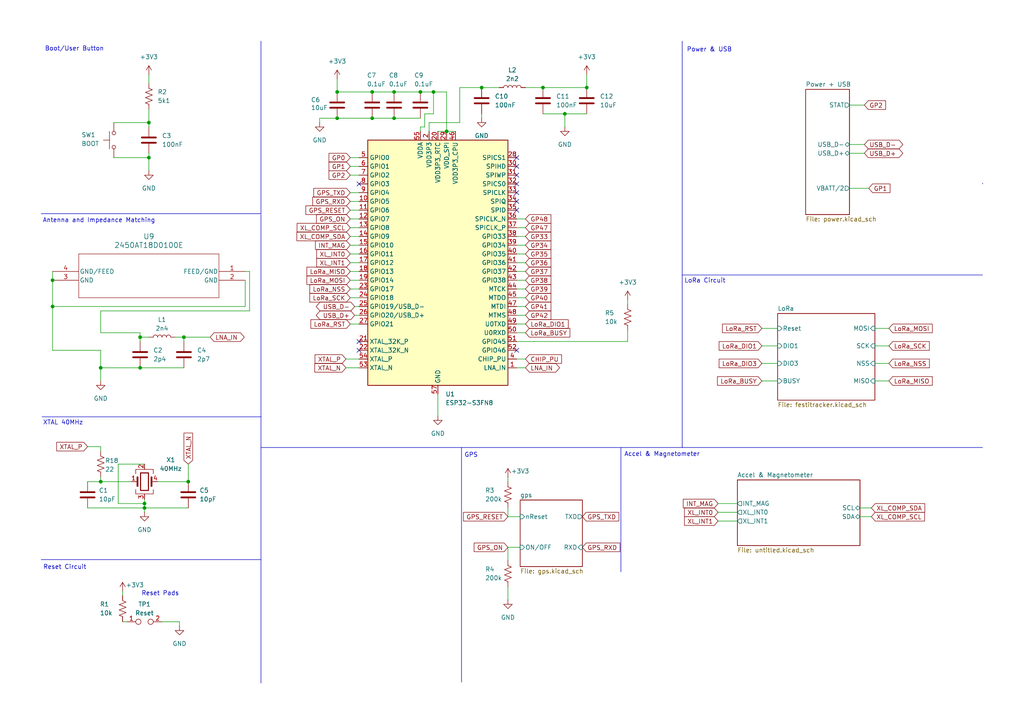
<source format=kicad_sch>
(kicad_sch (version 20231120) (generator "eeschema") (generator_version "8.0")
  (paper "A4")
  (lib_symbols
    (symbol "2024-04-20_02-03-53:2450AT18D0100E" (pin_names (offset 0.254))
      (property "Reference" "U" (at 27.94 10.16 0))
      (property "Value" "2450AT18D0100E" (at 27.94 7.62 0))
      (symbol "2450AT18D0100E_0_1"
        (polyline (pts (xy 7.62 -7.62) (xy 48.26 -7.62)) (stroke (width 0.127)))
        (polyline (pts (xy 7.62 5.08) (xy 7.62 -7.62)) (stroke (width 0.127)))
        (polyline (pts (xy 48.26 -7.62) (xy 48.26 5.08)) (stroke (width 0.127)))
        (polyline (pts (xy 48.26 5.08) (xy 7.62 5.08)) (stroke (width 0.127)))
        (pin unspecified line (at 0 0 0) (length 7.62) (name "FEED/GND") (number "1"))
        (pin power_out line (at 0 -2.54 0) (length 7.62) (name "GND") (number "2"))
        (pin power_out line (at 55.88 -2.54 180) (length 7.62) (name "GND") (number "3"))
        (pin unspecified line (at 55.88 0 180) (length 7.62) (name "GND/FEED") (number "4"))
      )
    )
    (symbol "Connector:TestPoint_2Pole" (pin_names (offset 0.762) hide)
      (property "Reference" "TP" (at 0 1.524 0))
      (property "Value" "TestPoint_2Pole" (at 0 -1.778 0))
      (symbol "TestPoint_2Pole_0_1"
        (circle (center -1.778 0) (radius 0.762))
        (circle (center 1.778 0) (radius 0.762))
        (pin passive line (at -5.08 0 0) (length 2.54) (name "1") (number "1"))
        (pin passive line (at 5.08 0 180) (length 2.54) (name "2") (number "2"))
      )
    )
    (symbol "Device:C" (pin_numbers hide) (pin_names (offset 0.254))
      (property "Reference" "C" (at 0.635 2.54 0))
      (property "Value" "C" (at 0.635 -2.54 0))
      (symbol "C_0_1"
        (polyline (pts (xy -2.032 -0.762) (xy 2.032 -0.762)) (stroke (width 0.508)))
        (polyline (pts (xy -2.032 0.762) (xy 2.032 0.762)) (stroke (width 0.508)))
      )
      (symbol "C_1_1"
        (pin passive line (at 0 3.81 270) (length 2.794) (name "~") (number "1"))
        (pin passive line (at 0 -3.81 90) (length 2.794) (name "~") (number "2"))
      )
    )
    (symbol "Device:Crystal_GND23" (pin_names (offset 1.016) hide)
      (property "Reference" "Y" (at 3.175 5.08 0))
      (property "Value" "Crystal_GND23" (at 3.175 3.175 0))
      (symbol "Crystal_GND23_0_1"
        (rectangle (start -1.143 2.54) (end 1.143 -2.54) (stroke (width 0.3048)))
        (polyline (pts (xy -2.54 0) (xy -2.032 0)))
        (polyline (pts (xy -2.032 -1.27) (xy -2.032 1.27)) (stroke (width 0.508)))
        (polyline (pts (xy 0 -3.81) (xy 0 -3.556)))
        (polyline (pts (xy 0 3.556) (xy 0 3.81)))
        (polyline (pts (xy 2.032 -1.27) (xy 2.032 1.27)) (stroke (width 0.508)))
        (polyline (pts (xy 2.032 0) (xy 2.54 0)))
        (polyline (pts (xy -2.54 -2.286) (xy -2.54 -3.556) (xy 2.54 -3.556) (xy 2.54 -2.286)))
        (polyline (pts (xy -2.54 2.286) (xy -2.54 3.556) (xy 2.54 3.556) (xy 2.54 2.286)))
      )
      (symbol "Crystal_GND23_1_1"
        (pin passive line (at -3.81 0 0) (length 1.27) (name "1") (number "1"))
        (pin passive line (at 0 5.08 270) (length 1.27) (name "2") (number "2"))
        (pin passive line (at 0 -5.08 90) (length 1.27) (name "3") (number "3"))
        (pin passive line (at 3.81 0 180) (length 1.27) (name "4") (number "4"))
      )
    )
    (symbol "Device:L" (pin_numbers hide) (pin_names (offset 1.016) hide)
      (property "Reference" "L" (at -1.27 0 90))
      (property "Value" "L" (at 1.905 0 90))
      (symbol "L_0_1"
        (arc (start 0 -2.54) (mid 0.6323 -1.905) (end 0 -1.27))
        (arc (start 0 -1.27) (mid 0.6323 -0.635) (end 0 0))
        (arc (start 0 0) (mid 0.6323 0.635) (end 0 1.27))
        (arc (start 0 1.27) (mid 0.6323 1.905) (end 0 2.54))
      )
      (symbol "L_1_1"
        (pin passive line (at 0 3.81 270) (length 1.27) (name "1") (number "1"))
        (pin passive line (at 0 -3.81 90) (length 1.27) (name "2") (number "2"))
      )
    )
    (symbol "Device:R_US" (pin_numbers hide) (pin_names (offset 0))
      (property "Reference" "R" (at 2.54 0 90))
      (property "Value" "R_US" (at -2.54 0 90))
      (symbol "R_US_0_1"
        (polyline (pts (xy 0 -2.286) (xy 0 -2.54)))
        (polyline (pts (xy 0 2.286) (xy 0 2.54)))
        (polyline (pts (xy 0 -0.762) (xy 1.016 -1.143) (xy 0 -1.524) (xy -1.016 -1.905) (xy 0 -2.286)))
        (polyline (pts (xy 0 0.762) (xy 1.016 0.381) (xy 0 0) (xy -1.016 -0.381) (xy 0 -0.762)))
        (polyline (pts (xy 0 2.286) (xy 1.016 1.905) (xy 0 1.524) (xy -1.016 1.143) (xy 0 0.762)))
      )
      (symbol "R_US_1_1"
        (pin passive line (at 0 3.81 270) (length 1.27) (name "~") (number "1"))
        (pin passive line (at 0 -3.81 90) (length 1.27) (name "~") (number "2"))
      )
    )
    (symbol "MCU_Espressif:ESP32-S3"
      (property "Reference" "U" (at 10.16 -38.1 0))
      (property "Value" "ESP32-S3" (at 13.97 -40.64 0))
      (symbol "ESP32-S3_0_1"
        (rectangle (start -20.32 35.56) (end 20.32 -35.56) (stroke (width 0.254)) (fill (type background)))
      )
      (symbol "ESP32-S3_1_0"
        (pin bidirectional line (at 22.86 12.7 180) (length 2.54) (name "SPICLK_N") (number "36"))
        (pin bidirectional line (at 22.86 -10.16 180) (length 2.54) (name "MTDO") (number "45"))
        (pin bidirectional line (at 22.86 -22.86 180) (length 2.54) (name "GPIO45") (number "51"))
        (pin passive line (at -5.08 38.1 270) (length 2.54) hide (name "VDDA") (number "56"))
      )
      (symbol "ESP32-S3_1_1"
        (pin bidirectional line (at 22.86 -30.48 180) (length 2.54) (name "LNA_IN") (number "1"))
        (pin bidirectional line (at -22.86 17.78 0) (length 2.54) (name "GPIO5") (number "10"))
        (pin bidirectional line (at -22.86 15.24 0) (length 2.54) (name "GPIO6") (number "11"))
        (pin bidirectional line (at -22.86 12.7 0) (length 2.54) (name "GPIO7") (number "12"))
        (pin bidirectional line (at -22.86 10.16 0) (length 2.54) (name "GPIO8") (number "13"))
        (pin bidirectional line (at -22.86 7.62 0) (length 2.54) (name "GPIO9") (number "14"))
        (pin bidirectional line (at -22.86 5.08 0) (length 2.54) (name "GPIO10") (number "15"))
        (pin bidirectional line (at -22.86 2.54 0) (length 2.54) (name "GPIO11") (number "16"))
        (pin bidirectional line (at -22.86 0 0) (length 2.54) (name "GPIO12") (number "17"))
        (pin bidirectional line (at -22.86 -2.54 0) (length 2.54) (name "GPIO13") (number "18"))
        (pin bidirectional line (at -22.86 -5.08 0) (length 2.54) (name "GPIO14") (number "19"))
        (pin power_in line (at -2.54 38.1 270) (length 2.54) (name "VDD3P3") (number "2"))
        (pin power_in line (at 0 38.1 270) (length 2.54) (name "VDD3P3_RTC") (number "20"))
        (pin passive line (at -22.86 -22.86 0) (length 2.54) (name "XTAL_32K_P") (number "21"))
        (pin passive line (at -22.86 -25.4 0) (length 2.54) (name "XTAL_32K_N") (number "22"))
        (pin bidirectional line (at -22.86 -7.62 0) (length 2.54) (name "GPIO17") (number "23"))
        (pin bidirectional line (at -22.86 -10.16 0) (length 2.54) (name "GPIO18") (number "24"))
        (pin bidirectional line (at -22.86 -12.7 0) (length 2.54) (name "GPIO19/USB_D-") (number "25"))
        (pin bidirectional line (at -22.86 -15.24 0) (length 2.54) (name "GPIO20/USB_D+") (number "26"))
        (pin bidirectional line (at -22.86 -17.78 0) (length 2.54) (name "GPIO21") (number "27"))
        (pin bidirectional line (at 22.86 30.48 180) (length 2.54) (name "SPICS1") (number "28"))
        (pin power_in line (at 2.54 38.1 270) (length 2.54) (name "VDD_SPI") (number "29"))
        (pin passive line (at -2.54 38.1 270) (length 2.54) hide (name "VDD3P3") (number "3"))
        (pin bidirectional line (at 22.86 27.94 180) (length 2.54) (name "SPIHD") (number "30"))
        (pin bidirectional line (at 22.86 25.4 180) (length 2.54) (name "SPIWP") (number "31"))
        (pin bidirectional line (at 22.86 22.86 180) (length 2.54) (name "SPICS0") (number "32"))
        (pin bidirectional line (at 22.86 20.32 180) (length 2.54) (name "SPICLK") (number "33"))
        (pin bidirectional line (at 22.86 17.78 180) (length 2.54) (name "SPIQ") (number "34"))
        (pin bidirectional line (at 22.86 15.24 180) (length 2.54) (name "SPID") (number "35"))
        (pin bidirectional line (at 22.86 10.16 180) (length 2.54) (name "SPICLK_P") (number "37"))
        (pin bidirectional line (at 22.86 7.62 180) (length 2.54) (name "GPIO33") (number "38"))
        (pin bidirectional line (at 22.86 5.08 180) (length 2.54) (name "GPIO34") (number "39"))
        (pin input line (at 22.86 -27.94 180) (length 2.54) (name "CHIP_PU") (number "4"))
        (pin bidirectional line (at 22.86 2.54 180) (length 2.54) (name "GPIO35") (number "40"))
        (pin bidirectional line (at 22.86 0 180) (length 2.54) (name "GPIO36") (number "41"))
        (pin bidirectional line (at 22.86 -2.54 180) (length 2.54) (name "GPIO37") (number "42"))
        (pin bidirectional line (at 22.86 -5.08 180) (length 2.54) (name "GPIO38") (number "43"))
        (pin bidirectional line (at 22.86 -7.62 180) (length 2.54) (name "MTCK") (number "44"))
        (pin power_in line (at 5.08 38.1 270) (length 2.54) (name "VDD3P3_CPU") (number "46"))
        (pin bidirectional line (at 22.86 -12.7 180) (length 2.54) (name "MTDI") (number "47"))
        (pin bidirectional line (at 22.86 -15.24 180) (length 2.54) (name "MTMS") (number "48"))
        (pin bidirectional line (at 22.86 -17.78 180) (length 2.54) (name "U0TXD") (number "49"))
        (pin bidirectional line (at -22.86 30.48 0) (length 2.54) (name "GPIO0") (number "5"))
        (pin bidirectional line (at 22.86 -20.32 180) (length 2.54) (name "U0RXD") (number "50"))
        (pin bidirectional line (at 22.86 -25.4 180) (length 2.54) (name "GPIO46") (number "52"))
        (pin output line (at -22.86 -30.48 0) (length 2.54) (name "XTAL_N") (number "53"))
        (pin input line (at -22.86 -27.94 0) (length 2.54) (name "XTAL_P") (number "54"))
        (pin power_in line (at -5.08 38.1 270) (length 2.54) (name "VDDA") (number "55"))
        (pin power_in line (at 0 -38.1 90) (length 2.54) (name "GND") (number "57"))
        (pin bidirectional line (at -22.86 27.94 0) (length 2.54) (name "GPIO1") (number "6"))
        (pin bidirectional line (at -22.86 25.4 0) (length 2.54) (name "GPIO2") (number "7"))
        (pin bidirectional line (at -22.86 22.86 0) (length 2.54) (name "GPIO3") (number "8"))
        (pin bidirectional line (at -22.86 20.32 0) (length 2.54) (name "GPIO4") (number "9"))
      )
    )
    (symbol "Switch:SW_Push" (pin_numbers hide) (pin_names (offset 1.016) hide)
      (property "Reference" "SW" (at 1.27 2.54 0))
      (property "Value" "SW_Push" (at 0 -1.524 0))
      (symbol "SW_Push_0_1"
        (circle (center -2.032 0) (radius 0.508))
        (polyline (pts (xy 0 1.27) (xy 0 3.048)))
        (polyline (pts (xy 2.54 1.27) (xy -2.54 1.27)))
        (circle (center 2.032 0) (radius 0.508))
        (pin passive line (at -5.08 0 0) (length 2.54) (name "1") (number "1"))
        (pin passive line (at 5.08 0 180) (length 2.54) (name "2") (number "2"))
      )
    )
    (symbol "power:+3V3" (power) (pin_numbers hide) (pin_names (offset 0) hide)
      (property "Value" "+3V3" (at 0 3.556 0))
      (symbol "+3V3_0_1"
        (polyline (pts (xy -0.762 1.27) (xy 0 2.54)))
        (polyline (pts (xy 0 0) (xy 0 2.54)))
        (polyline (pts (xy 0 2.54) (xy 0.762 1.27)))
      )
      (symbol "+3V3_1_1"
        (pin power_in line (at 0 0 90) (length 0) (name "~") (number "1"))
      )
    )
    (symbol "power:GND" (power) (pin_numbers hide) (pin_names (offset 0) hide)
      (property "Value" "GND" (at 0 -3.81 0))
      (symbol "GND_0_1"
        (polyline (pts (xy 0 0) (xy 0 -1.27) (xy 1.27 -1.27) (xy 0 -2.54) (xy -1.27 -1.27) (xy 0 -1.27)))
      )
      (symbol "GND_1_1"
        (pin power_in line (at 0 0 270) (length 0) (name "~") (number "1"))
      )
    )
  )
  (junction (at 41.91 147.32))
  (junction (at 53.34 97.79))
  (junction (at 97.79 26.67))
  (junction (at 157.48 25.4))
  (junction (at 107.95 34.29))
  (junction (at 114.3 26.67))
  (junction (at 129.54 38.1))
  (junction (at 40.64 106.68))
  (junction (at 114.3 34.29))
  (junction (at 40.64 97.79))
  (junction (at 15.24 81.28))
  (junction (at 29.21 139.7))
  (junction (at 54.61 139.7))
  (junction (at 29.21 106.68))
  (junction (at 163.83 33.02))
  (junction (at 125.73 26.67))
  (junction (at 139.7 25.4))
  (junction (at 43.18 35.56))
  (junction (at 107.95 26.67))
  (junction (at 43.18 45.72))
  (junction (at 121.92 26.67))
  (junction (at 41.91 146.05))
  (junction (at 170.18 25.4))
  (junction (at 15.24 88.9))
  (junction (at 97.79 34.29))
  (no_connect (at 104.14 53.34))
  (no_connect (at 149.86 45.72))
  (no_connect (at 149.86 53.34))
  (no_connect (at 149.86 48.26))
  (no_connect (at 149.86 101.6))
  (no_connect (at 149.86 60.96))
  (no_connect (at 149.86 50.8))
  (no_connect (at 149.86 58.42))
  (no_connect (at 104.14 101.6))
  (no_connect (at 104.14 99.06))
  (no_connect (at 149.86 55.88))
  (wire (pts (xy 101.6 83.82) (xy 104.14 83.82)))
  (wire (pts (xy 53.34 97.79) (xy 53.34 99.06)))
  (wire (pts (xy 253.746 105.41) (xy 257.81 105.41)))
  (wire (pts (xy 149.86 66.04) (xy 152.4 66.04)))
  (wire (pts (xy 149.86 73.66) (xy 152.4 73.66)))
  (wire (pts (xy 33.02 35.56) (xy 43.18 35.56)))
  (wire (pts (xy 97.79 34.29) (xy 107.95 34.29)))
  (wire (pts (xy 149.86 91.44) (xy 152.4 91.44)))
  (wire (pts (xy 43.18 21.59) (xy 43.18 24.13)))
  (wire (pts (xy 147.32 162.56) (xy 147.32 158.75)))
  (wire (pts (xy 92.71 34.29) (xy 97.79 34.29)))
  (wire (pts (xy 157.48 25.4) (xy 170.18 25.4)))
  (wire (pts (xy 29.21 96.52) (xy 40.64 96.52)))
  (wire (pts (xy 72.39 90.17) (xy 29.21 90.17)))
  (wire (pts (xy 253.746 110.49) (xy 257.81 110.49)))
  (wire (pts (xy 101.6 93.98) (xy 104.14 93.98)))
  (wire (pts (xy 97.79 22.86) (xy 97.79 26.67)))
  (wire (pts (xy 246.38 54.61) (xy 251.968 54.61)))
  (wire (pts (xy 163.83 33.02) (xy 170.18 33.02)))
  (wire (pts (xy 43.18 35.56) (xy 43.18 36.83)))
  (wire (pts (xy 97.79 26.67) (xy 107.95 26.67)))
  (wire (pts (xy 149.86 78.74) (xy 152.4 78.74)))
  (wire (pts (xy 29.21 90.17) (xy 29.21 96.52)))
  (wire (pts (xy 246.38 44.45) (xy 250.698 44.45)))
  (wire (pts (xy 50.8 97.79) (xy 53.34 97.79)))
  (wire (pts (xy 127 114.3) (xy 127 120.65)))
  (wire (pts (xy 157.48 33.02) (xy 163.83 33.02)))
  (wire (pts (xy 102.87 88.9) (xy 104.14 88.9)))
  (wire (pts (xy 54.61 134.62) (xy 54.61 139.7)))
  (wire (pts (xy 40.64 106.68) (xy 53.34 106.68)))
  (wire (pts (xy 43.18 45.72) (xy 43.18 49.53)))
  (polyline (pts (xy 75.692 120.904) (xy 75.692 198.12)))
  (wire (pts (xy 29.21 138.43) (xy 29.21 139.7)))
  (wire (pts (xy 40.64 96.52) (xy 40.64 97.79)))
  (wire (pts (xy 149.86 106.68) (xy 152.4 106.68)))
  (wire (pts (xy 170.18 21.59) (xy 170.18 25.4)))
  (polyline (pts (xy 180.086 129.794) (xy 180.086 165.862)))
  (wire (pts (xy 149.86 81.28) (xy 152.4 81.28)))
  (wire (pts (xy 149.86 96.52) (xy 152.4 96.52)))
  (wire (pts (xy 43.18 31.75) (xy 43.18 35.56)))
  (wire (pts (xy 25.4 129.54) (xy 29.21 129.54)))
  (wire (pts (xy 29.21 101.6) (xy 15.24 101.6)))
  (wire (pts (xy 139.7 25.4) (xy 144.78 25.4)))
  (wire (pts (xy 71.12 78.74) (xy 72.39 78.74)))
  (wire (pts (xy 60.96 97.79) (xy 53.34 97.79)))
  (wire (pts (xy 101.6 68.58) (xy 104.14 68.58)))
  (wire (pts (xy 220.98 110.49) (xy 225.552 110.49)))
  (wire (pts (xy 41.91 144.78) (xy 41.91 146.05)))
  (wire (pts (xy 154.94 99.0511) (xy 182.0462 99.0511)))
  (polyline (pts (xy 12.192 120.904) (xy 75.692 120.904)))
  (wire (pts (xy 114.3 26.67) (xy 107.95 26.67)))
  (wire (pts (xy 41.91 147.32) (xy 54.61 147.32)))
  (wire (pts (xy 101.6 78.74) (xy 104.14 78.74)))
  (polyline (pts (xy 11.938 162.306) (xy 75.692 162.306)))
  (wire (pts (xy 101.6 48.26) (xy 104.14 48.26)))
  (wire (pts (xy 208.28 151.13) (xy 213.868 151.13)))
  (wire (pts (xy 102.87 91.44) (xy 104.14 91.44)))
  (wire (pts (xy 152.4 25.4) (xy 157.48 25.4)))
  (wire (pts (xy 121.92 36.83) (xy 123.19 36.83)))
  (wire (pts (xy 101.6 58.42) (xy 104.14 58.42)))
  (wire (pts (xy 101.6 71.12) (xy 104.14 71.12)))
  (wire (pts (xy 29.21 106.68) (xy 40.64 106.68)))
  (wire (pts (xy 15.24 81.28) (xy 15.24 88.9)))
  (wire (pts (xy 101.6 66.04) (xy 104.14 66.04)))
  (wire (pts (xy 249.428 149.86) (xy 252.73 149.86)))
  (wire (pts (xy 133.35 25.4) (xy 139.7 25.4)))
  (wire (pts (xy 101.6 76.2) (xy 104.14 76.2)))
  (wire (pts (xy 208.28 148.59) (xy 213.868 148.59)))
  (wire (pts (xy 121.92 26.67) (xy 125.73 26.67)))
  (wire (pts (xy 124.46 35.56) (xy 133.35 35.56)))
  (wire (pts (xy 29.21 139.7) (xy 38.1 139.7)))
  (wire (pts (xy 101.6 86.36) (xy 104.14 86.36)))
  (wire (pts (xy 52.07 180.34) (xy 52.07 181.61)))
  (wire (pts (xy 154.94 99.06) (xy 154.94 99.0511)))
  (wire (pts (xy 147.32 138.43) (xy 147.32 139.7)))
  (wire (pts (xy 101.6 55.88) (xy 104.14 55.88)))
  (polyline (pts (xy 197.866 11.938) (xy 197.866 129.794)))
  (wire (pts (xy 29.21 110.49) (xy 29.21 106.68)))
  (polyline (pts (xy 133.858 129.794) (xy 133.858 197.866)))
  (wire (pts (xy 29.21 129.54) (xy 29.21 130.81)))
  (wire (pts (xy 107.95 34.29) (xy 114.3 34.29)))
  (wire (pts (xy 208.28 146.05) (xy 213.868 146.05)))
  (wire (pts (xy 92.71 35.56) (xy 92.71 34.29)))
  (wire (pts (xy 182.0462 86.9594) (xy 182.0462 88.2294)))
  (wire (pts (xy 101.6 63.5) (xy 104.14 63.5)))
  (wire (pts (xy 123.19 36.83) (xy 123.19 33.02)))
  (wire (pts (xy 121.92 38.1) (xy 121.92 36.83)))
  (wire (pts (xy 149.86 86.36) (xy 152.4 86.36)))
  (wire (pts (xy 72.39 78.74) (xy 72.39 90.17)))
  (wire (pts (xy 163.83 33.02) (xy 163.83 36.83)))
  (wire (pts (xy 220.98 100.33) (xy 225.552 100.33)))
  (wire (pts (xy 33.02 45.72) (xy 43.18 45.72)))
  (wire (pts (xy 220.98 95.25) (xy 225.552 95.25)))
  (wire (pts (xy 35.56 171.45) (xy 35.56 172.72)))
  (wire (pts (xy 147.32 149.86) (xy 150.876 149.86)))
  (wire (pts (xy 123.19 33.02) (xy 125.73 33.02)))
  (wire (pts (xy 100.33 106.68) (xy 104.14 106.68)))
  (wire (pts (xy 149.86 63.5) (xy 152.4 63.5)))
  (wire (pts (xy 101.6 81.28) (xy 104.14 81.28)))
  (wire (pts (xy 41.91 147.32) (xy 41.91 148.59)))
  (wire (pts (xy 43.18 97.79) (xy 40.64 97.79)))
  (wire (pts (xy 101.6 60.96) (xy 104.14 60.96)))
  (polyline (pts (xy 75.692 11.938) (xy 75.692 61.976)))
  (wire (pts (xy 149.86 83.82) (xy 152.4 83.82)))
  (wire (pts (xy 182.0462 99.0511) (xy 182.0462 95.8494)))
  (wire (pts (xy 45.72 139.7) (xy 54.61 139.7)))
  (wire (pts (xy 147.32 170.18) (xy 147.32 173.99)))
  (wire (pts (xy 125.73 26.67) (xy 129.54 26.67)))
  (wire (pts (xy 125.73 33.02) (xy 125.73 26.67)))
  (wire (pts (xy 124.46 38.1) (xy 124.46 35.56)))
  (wire (pts (xy 71.12 88.9) (xy 71.12 81.28)))
  (wire (pts (xy 114.3 34.29) (xy 121.92 34.29)))
  (wire (pts (xy 220.98 105.41) (xy 225.552 105.41)))
  (wire (pts (xy 40.64 97.79) (xy 40.64 99.06)))
  (wire (pts (xy 149.86 93.98) (xy 152.4 93.98)))
  (wire (pts (xy 25.4 147.32) (xy 41.91 147.32)))
  (wire (pts (xy 149.86 68.58) (xy 152.4 68.58)))
  (polyline (pts (xy 11.938 61.976) (xy 75.692 61.976)))
  (wire (pts (xy 15.24 78.74) (xy 15.24 81.28)))
  (wire (pts (xy 149.86 71.12) (xy 152.4 71.12)))
  (wire (pts (xy 127 38.1) (xy 129.54 38.1)))
  (polyline (pts (xy 75.692 62.23) (xy 75.692 120.904)))
  (wire (pts (xy 147.32 158.75) (xy 150.876 158.75)))
  (wire (pts (xy 253.746 100.33) (xy 257.81 100.33)))
  (wire (pts (xy 43.18 45.72) (xy 43.18 44.45)))
  (wire (pts (xy 249.428 147.32) (xy 252.73 147.32)))
  (wire (pts (xy 253.746 95.25) (xy 257.81 95.25)))
  (wire (pts (xy 149.86 99.06) (xy 154.94 99.06)))
  (wire (pts (xy 34.29 146.05) (xy 41.91 146.05)))
  (wire (pts (xy 246.38 30.48) (xy 250.698 30.48)))
  (wire (pts (xy 129.54 38.1) (xy 129.54 26.67)))
  (polyline (pts (xy 197.866 79.756) (xy 284.988 79.756)))
  (wire (pts (xy 100.33 104.14) (xy 104.14 104.14)))
  (wire (pts (xy 29.21 101.6) (xy 29.21 106.68)))
  (wire (pts (xy 149.86 88.9) (xy 152.4 88.9)))
  (wire (pts (xy 41.91 134.62) (xy 34.29 134.62)))
  (wire (pts (xy 101.6 50.8) (xy 104.14 50.8)))
  (polyline (pts (xy 197.866 129.794) (xy 75.692 129.794)))
  (wire (pts (xy 147.32 147.32) (xy 147.32 149.86)))
  (wire (pts (xy 101.6 45.72) (xy 104.14 45.72)))
  (polyline (pts (xy 197.866 129.794) (xy 284.988 129.794)))
  (wire (pts (xy 35.56 180.34) (xy 36.83 180.34)))
  (wire (pts (xy 246.38 41.91) (xy 250.698 41.91)))
  (wire (pts (xy 46.99 180.34) (xy 52.07 180.34)))
  (wire (pts (xy 149.86 76.2) (xy 152.4 76.2)))
  (wire (pts (xy 133.35 35.56) (xy 133.35 25.4)))
  (wire (pts (xy 139.7 33.02) (xy 139.7 34.29)))
  (wire (pts (xy 121.92 26.67) (xy 114.3 26.67)))
  (wire (pts (xy 129.54 38.1) (xy 132.08 38.1)))
  (wire (pts (xy 41.91 146.05) (xy 41.91 147.32)))
  (wire (pts (xy 15.24 88.9) (xy 15.24 101.6)))
  (wire (pts (xy 101.6 73.66) (xy 104.14 73.66)))
  (polyline (pts (xy 284.988 53.086) (xy 284.988 53.34)))
  (wire (pts (xy 149.86 104.14) (xy 152.4 104.14)))
  (wire (pts (xy 25.4 139.7) (xy 29.21 139.7)))
  (wire (pts (xy 34.29 134.62) (xy 34.29 146.05)))
  (wire (pts (xy 15.24 88.9) (xy 71.12 88.9)))
  (text "GPS" (at 136.652 132.08 0) (effects (font (size 1.27 1.27))))
  (text "Reset Pads" (at 46.482 172.212 0) (effects (font (size 1.27 1.27))))
  (text "Power & USB" (at 205.74 14.478 0) (effects (font (size 1.27 1.27))))
  (text "Antenna and Impedance Matching" (at 28.702 64.008 0) (effects (font (size 1.27 1.27))))
  (text "Accel & Magnetometer" (at 192.024 131.826 0) (effects (font (size 1.27 1.27))))
  (text "Boot/User Button" (at 21.59 14.224 0) (effects (font (size 1.27 1.27))))
  (text "XTAL 40MHz" (at 18.288 122.682 0) (effects (font (size 1.27 1.27))))
  (text "LoRa Circuit" (at 204.47 81.534 0) (effects (font (size 1.27 1.27))))
  (text "Reset Circuit" (at 18.796 164.592 0) (effects (font (size 1.27 1.27))))
  (global_label "GPS_ON" (shape input) (at 101.6 63.5 180) (property "Intersheetrefs" "${INTERSHEET_REFS}" (effects (hide yes))))
  (global_label "XL_INT1" (shape input) (at 208.28 151.13 180) (property "Intersheetrefs" "${INTERSHEET_REFS}" (effects (hide yes))))
  (global_label "LoRa_BUSY" (shape input) (at 220.98 110.49 180) (property "Intersheetrefs" "${INTERSHEET_REFS}" (effects (hide yes))))
  (global_label "XL_COMP_SCL" (shape input) (at 252.73 149.86 0) (property "Intersheetrefs" "${INTERSHEET_REFS}" (effects (hide yes))))
  (global_label "LoRa_BUSY" (shape input) (at 152.4 96.52 0) (property "Intersheetrefs" "${INTERSHEET_REFS}" (effects (hide yes))))
  (global_label "LoRa_DIO1" (shape input) (at 152.4 93.98 0) (property "Intersheetrefs" "${INTERSHEET_REFS}" (effects (hide yes))))
  (global_label "LoRa_SCK" (shape input) (at 257.81 100.33 0) (property "Intersheetrefs" "${INTERSHEET_REFS}" (effects (hide yes))))
  (global_label "GP37" (shape input) (at 152.4 78.74 0) (property "Intersheetrefs" "${INTERSHEET_REFS}" (effects (hide yes))))
  (global_label "GP42" (shape input) (at 152.4 91.44 0) (property "Intersheetrefs" "${INTERSHEET_REFS}" (effects (hide yes))))
  (global_label "GP33" (shape input) (at 152.4 68.58 0) (property "Intersheetrefs" "${INTERSHEET_REFS}" (effects (hide yes))))
  (global_label "XTAL_N" (shape input) (at 100.33 106.68 180) (property "Intersheetrefs" "${INTERSHEET_REFS}" (effects (hide yes))))
  (global_label "XL_INT1" (shape input) (at 101.6 76.2 180) (property "Intersheetrefs" "${INTERSHEET_REFS}" (effects (hide yes))))
  (global_label "GP35" (shape input) (at 152.4 73.66 0) (property "Intersheetrefs" "${INTERSHEET_REFS}" (effects (hide yes))))
  (global_label "LoRa_RST" (shape input) (at 101.6 93.98 180) (property "Intersheetrefs" "${INTERSHEET_REFS}" (effects (hide yes))))
  (global_label "XL_INT0" (shape input) (at 101.6 73.66 180) (property "Intersheetrefs" "${INTERSHEET_REFS}" (effects (hide yes))))
  (global_label "GP40" (shape input) (at 152.4 86.36 0) (property "Intersheetrefs" "${INTERSHEET_REFS}" (effects (hide yes))))
  (global_label "INT_MAG" (shape input) (at 208.28 146.05 180) (property "Intersheetrefs" "${INTERSHEET_REFS}" (effects (hide yes))))
  (global_label "LoRa_RST" (shape input) (at 220.98 95.25 180) (property "Intersheetrefs" "${INTERSHEET_REFS}" (effects (hide yes))))
  (global_label "USB_D-" (shape bidirectional) (at 250.698 41.91 0) (property "Intersheetrefs" "${INTERSHEET_REFS}" (effects (hide yes))))
  (global_label "GPS_TXD" (shape input) (at 101.6 55.88 180) (property "Intersheetrefs" "${INTERSHEET_REFS}" (effects (hide yes))))
  (global_label "GP2" (shape input) (at 101.6 50.8 180) (property "Intersheetrefs" "${INTERSHEET_REFS}" (effects (hide yes))))
  (global_label "LoRa_MOSI" (shape input) (at 257.81 95.25 0) (property "Intersheetrefs" "${INTERSHEET_REFS}" (effects (hide yes))))
  (global_label "LoRa_MISO" (shape input) (at 101.6 78.74 180) (property "Intersheetrefs" "${INTERSHEET_REFS}" (effects (hide yes))))
  (global_label "LoRa_NSS" (shape input) (at 101.6 83.82 180) (property "Intersheetrefs" "${INTERSHEET_REFS}" (effects (hide yes))))
  (global_label "INT_MAG" (shape input) (at 101.6 71.12 180) (property "Intersheetrefs" "${INTERSHEET_REFS}" (effects (hide yes))))
  (global_label "LoRa_DIO1" (shape input) (at 220.98 100.33 180) (property "Intersheetrefs" "${INTERSHEET_REFS}" (effects (hide yes))))
  (global_label "LoRa_DIO3" (shape input) (at 220.98 105.41 180) (property "Intersheetrefs" "${INTERSHEET_REFS}" (effects (hide yes))))
  (global_label "GP0" (shape input) (at 101.6 45.72 180) (property "Intersheetrefs" "${INTERSHEET_REFS}" (effects (hide yes))))
  (global_label "USB_D-" (shape bidirectional) (at 102.87 88.9 180) (property "Intersheetrefs" "${INTERSHEET_REFS}" (effects (hide yes))))
  (global_label "GP41" (shape input) (at 152.4 88.9 0) (property "Intersheetrefs" "${INTERSHEET_REFS}" (effects (hide yes))))
  (global_label "XL_COMP_SDA" (shape input) (at 252.73 147.32 0) (property "Intersheetrefs" "${INTERSHEET_REFS}" (effects (hide yes))))
  (global_label "GP36" (shape input) (at 152.4 76.2 0) (property "Intersheetrefs" "${INTERSHEET_REFS}" (effects (hide yes))))
  (global_label "USB_D+" (shape bidirectional) (at 250.698 44.45 0) (property "Intersheetrefs" "${INTERSHEET_REFS}" (effects (hide yes))))
  (global_label "XL_COMP_SDA" (shape input) (at 101.6 68.58 180) (property "Intersheetrefs" "${INTERSHEET_REFS}" (effects (hide yes))))
  (global_label "GP2" (shape input) (at 250.698 30.48 0) (property "Intersheetrefs" "${INTERSHEET_REFS}" (effects (hide yes))))
  (global_label "GP39" (shape input) (at 152.4 83.82 0) (property "Intersheetrefs" "${INTERSHEET_REFS}" (effects (hide yes))))
  (global_label "GP47" (shape input) (at 152.4 66.04 0) (property "Intersheetrefs" "${INTERSHEET_REFS}" (effects (hide yes))))
  (global_label "GP1" (shape input) (at 101.6 48.26 180) (property "Intersheetrefs" "${INTERSHEET_REFS}" (effects (hide yes))))
  (global_label "XL_COMP_SCL" (shape input) (at 101.6 66.04 180) (property "Intersheetrefs" "${INTERSHEET_REFS}" (effects (hide yes))))
  (global_label "LoRa_SCK" (shape input) (at 101.6 86.36 180) (property "Intersheetrefs" "${INTERSHEET_REFS}" (effects (hide yes))))
  (global_label "GP48" (shape input) (at 152.4 63.5 0) (property "Intersheetrefs" "${INTERSHEET_REFS}" (effects (hide yes))))
  (global_label "GPS_RESET" (shape input) (at 147.32 149.86 180) (property "Intersheetrefs" "${INTERSHEET_REFS}" (effects (hide yes))))
  (global_label "GPS_TXD" (shape input) (at 168.91 149.86 0) (property "Intersheetrefs" "${INTERSHEET_REFS}" (effects (hide yes))))
  (global_label "LNA_IN" (shape bidirectional) (at 60.96 97.79 0) (property "Intersheetrefs" "${INTERSHEET_REFS}" (effects (hide yes))))
  (global_label "CHIP_PU" (shape input) (at 152.4 104.14 0) (property "Intersheetrefs" "${INTERSHEET_REFS}" (effects (hide yes))))
  (global_label "GPS_RXD" (shape input) (at 101.6 58.42 180) (property "Intersheetrefs" "${INTERSHEET_REFS}" (effects (hide yes))))
  (global_label "GP1" (shape input) (at 251.968 54.61 0) (property "Intersheetrefs" "${INTERSHEET_REFS}" (effects (hide yes))))
  (global_label "GPS_RESET" (shape input) (at 101.6 60.96 180) (property "Intersheetrefs" "${INTERSHEET_REFS}" (effects (hide yes))))
  (global_label "GP38" (shape input) (at 152.4 81.28 0) (property "Intersheetrefs" "${INTERSHEET_REFS}" (effects (hide yes))))
  (global_label "LoRa_MOSI" (shape input) (at 101.6 81.28 180) (property "Intersheetrefs" "${INTERSHEET_REFS}" (effects (hide yes))))
  (global_label "XL_INT0" (shape input) (at 208.28 148.59 180) (property "Intersheetrefs" "${INTERSHEET_REFS}" (effects (hide yes))))
  (global_label "LoRa_NSS" (shape input) (at 257.81 105.41 0) (property "Intersheetrefs" "${INTERSHEET_REFS}" (effects (hide yes))))
  (global_label "GP34" (shape input) (at 152.4 71.12 0) (property "Intersheetrefs" "${INTERSHEET_REFS}" (effects (hide yes))))
  (global_label "LoRa_MISO" (shape input) (at 257.81 110.49 0) (property "Intersheetrefs" "${INTERSHEET_REFS}" (effects (hide yes))))
  (global_label "GPS_ON" (shape input) (at 147.32 158.75 180) (property "Intersheetrefs" "${INTERSHEET_REFS}" (effects (hide yes))))
  (global_label "XTAL_P" (shape input) (at 100.33 104.14 180) (property "Intersheetrefs" "${INTERSHEET_REFS}" (effects (hide yes))))
  (global_label "LNA_IN" (shape bidirectional) (at 152.4 106.68 0) (property "Intersheetrefs" "${INTERSHEET_REFS}" (effects (hide yes))))
  (global_label "XTAL_N" (shape input) (at 54.61 134.62 90) (property "Intersheetrefs" "${INTERSHEET_REFS}" (effects (hide yes))))
  (global_label "USB_D+" (shape bidirectional) (at 102.87 91.44 180) (property "Intersheetrefs" "${INTERSHEET_REFS}" (effects (hide yes))))
  (global_label "GPS_RXD" (shape input) (at 168.91 158.75 0) (property "Intersheetrefs" "${INTERSHEET_REFS}" (effects (hide yes))))
  (global_label "XTAL_P" (shape input) (at 25.4 129.54 180) (property "Intersheetrefs" "${INTERSHEET_REFS}" (effects (hide yes))))
  (symbol (lib_id "power:GND") (at 147.32 173.99 0) (unit 1)
    (property "Reference" "#PWR012" (effects (hide yes)))
    (property "Value" "GND" (at 147.32 179.07 0))
    (property "Description" "Power symbol creates a global label with name \"GND\" , ground" (effects (hide yes)))
  )
  (symbol (lib_id "power:+3V3") (at 35.56 171.45 0) (unit 1)
    (property "Reference" "#PWR02" (effects (hide yes)))
    (property "Value" "+3V3" (at 39.116 169.672 0))
    (property "Description" "Power symbol creates a global label with name \"+3V3\"" (effects (hide yes)))
  )
  (symbol (lib_id "Device:C") (at 139.7 29.21 0) (unit 1)
    (property "Reference" "C10" (at 143.51 27.9399 0) (effects (justify left)))
    (property "Value" "100nF" (at 143.51 30.4799 0) (effects (justify left)))
    (property "Footprint" "Capacitor_SMD:C_0402_1005Metric" (effects (hide yes)))
    (property "Description" "Unpolarized capacitor" (effects (hide yes)))
  )
  (symbol (lib_id "Device:R_US") (at 182.0462 92.0394 0) (unit 1)
    (property "Reference" "R5" (at 175.4422 90.7694 0) (effects (justify left)))
    (property "Value" "10k" (at 175.4422 93.3094 0) (effects (justify left)))
    (property "Footprint" "Resistor_SMD:R_0402_1005Metric" (effects (hide yes)))
    (property "Description" "Resistor, US symbol" (effects (hide yes)))
  )
  (symbol (lib_id "MCU_Espressif:ESP32-S3") (at 127 76.2 0) (unit 1)
    (property "Reference" "U1" (at 129.1941 114.3 0) (effects (justify left)))
    (property "Value" "ESP32-S3FN8" (at 129.1941 116.84 0) (effects (justify left)))
    (property "Footprint" "Package_DFN_QFN:QFN-56-1EP_7x7mm_P0.4mm_EP4x4mm" (effects (hide yes)))
    (property "Datasheet" "https://www.espressif.com/sites/default/files/documentation/esp32-s3_datasheet_en.pdf" (effects (hide yes)))
    (property "Description" "Microcontroller, Wi-Fi 802.11b/g/n, Bluetooth, 32bit" (effects (hide yes)))
  )
  (symbol (lib_id "Device:C") (at 43.18 40.64 0) (unit 1)
    (property "Reference" "C3" (at 46.99 39.3699 0) (effects (justify left)))
    (property "Value" "100nF" (at 46.99 41.9099 0) (effects (justify left)))
    (property "Footprint" "Capacitor_SMD:C_0402_1005Metric" (effects (hide yes)))
    (property "Description" "Unpolarized capacitor" (effects (hide yes)))
  )
  (symbol (lib_id "Device:L") (at 46.99 97.79 270) (mirror x) (unit 1)
    (property "Reference" "L1" (at 46.99 92.71 90))
    (property "Value" "2n4" (at 46.99 95.25 90))
    (property "Footprint" "Inductor_SMD:L_0402_1005Metric" (effects (hide yes)))
    (property "Description" "Inductor" (effects (hide yes)))
  )
  (symbol (lib_id "power:+3V3") (at 170.18 21.59 0) (unit 1)
    (property "Reference" "#PWR014" (effects (hide yes)))
    (property "Value" "+3V3" (at 170.18 16.51 0))
    (property "Description" "Power symbol creates a global label with name \"+3V3\"" (effects (hide yes)))
  )
  (symbol (lib_id "2024-04-20_02-03-53:2450AT18D0100E") (at 71.12 78.74 0) (mirror y) (unit 1)
    (property "Reference" "U9" (at 43.18 68.58 0) (effects (font (size 1.524 1.524))))
    (property "Value" "2450AT18D0100E" (at 43.18 71.12 0) (effects (font (size 1.524 1.524))))
    (property "Footprint" "2450AT18D0100E:2450AT18D0100E_JOT" (effects (hide yes)))
    (property "Datasheet" "2450AT18D0100E" (effects (hide yes)))
  )
  (symbol (lib_id "Device:C") (at 157.48 29.21 0) (unit 1)
    (property "Reference" "C11" (at 161.29 27.9399 0) (effects (justify left)))
    (property "Value" "100nF" (at 161.29 30.4799 0) (effects (justify left)))
    (property "Footprint" "Capacitor_SMD:C_0402_1005Metric" (effects (hide yes)))
    (property "Description" "Unpolarized capacitor" (effects (hide yes)))
  )
  (symbol (lib_id "Device:C") (at 40.64 102.87 0) (mirror y) (unit 1)
    (property "Reference" "C2" (at 44.45 101.5999 0) (effects (justify right)))
    (property "Value" "2p4" (at 44.45 104.1399 0) (effects (justify right)))
    (property "Footprint" "Capacitor_SMD:C_0402_1005Metric" (effects (hide yes)))
    (property "Description" "Unpolarized capacitor" (effects (hide yes)))
  )
  (symbol (lib_id "Device:Crystal_GND23") (at 41.91 139.7 0) (unit 1)
    (property "Reference" "X1" (at 49.53 133.3814 0))
    (property "Value" "40MHz" (at 49.53 135.9214 0))
    (property "Footprint" "Crystal:Crystal_SMD_Abracon_ABM10-4Pin_2.5x2.0mm" (effects (hide yes)))
    (property "Description" "Four pin crystal, GND on pins 2 and 3" (effects (hide yes)))
  )
  (symbol (lib_id "power:+3V3") (at 97.79 22.86 0) (unit 1)
    (property "Reference" "#PWR08" (effects (hide yes)))
    (property "Value" "+3V3" (at 97.79 17.78 0))
    (property "Description" "Power symbol creates a global label with name \"+3V3\"" (effects (hide yes)))
  )
  (symbol (lib_id "Device:C") (at 121.92 30.48 0) (unit 1)
    (property "Reference" "C9" (at 120.142 21.844 0) (effects (justify left)))
    (property "Value" "0.1uF" (at 120.142 24.384 0) (effects (justify left)))
    (property "Footprint" "Capacitor_SMD:C_0402_1005Metric" (effects (hide yes)))
    (property "Description" "Unpolarized capacitor" (effects (hide yes)))
  )
  (symbol (lib_id "Device:R_US") (at 35.56 176.53 0) (unit 1)
    (property "Reference" "R1" (at 28.956 175.26 0) (effects (justify left)))
    (property "Value" "10k" (at 28.956 177.8 0) (effects (justify left)))
    (property "Footprint" "Resistor_SMD:R_0402_1005Metric" (effects (hide yes)))
    (property "Description" "Resistor, US symbol" (effects (hide yes)))
  )
  (symbol (lib_id "Device:R_US") (at 29.21 134.62 0) (unit 1)
    (property "Reference" "R18" (at 30.48 133.604 0) (effects (justify left)))
    (property "Value" "22" (at 30.48 136.144 0) (effects (justify left)))
    (property "Footprint" "Resistor_SMD:R_0402_1005Metric" (effects (hide yes)))
    (property "Description" "Resistor, US symbol" (effects (hide yes)))
  )
  (symbol (lib_id "Switch:SW_Push") (at 33.02 40.64 90) (unit 1)
    (property "Reference" "SW1" (at 23.622 39.116 90) (effects (justify right)))
    (property "Value" "BOOT" (at 23.622 41.656 90) (effects (justify right)))
    (property "Footprint" "Button_Switch_SMD:SW_MEC_5GSH9" (effects (hide yes)))
    (property "Description" "Push button switch, generic, two pins" (effects (hide yes)))
  )
  (symbol (lib_id "Device:L") (at 148.59 25.4 90) (unit 1)
    (property "Reference" "L2" (at 148.59 20.32 90))
    (property "Value" "2n2" (at 148.59 22.86 90))
    (property "Footprint" "Inductor_SMD:L_0402_1005Metric" (effects (hide yes)))
    (property "Description" "Inductor" (effects (hide yes)))
  )
  (symbol (lib_id "power:GND") (at 92.71 35.56 0) (unit 1)
    (property "Reference" "#PWR07" (effects (hide yes)))
    (property "Value" "GND" (at 92.71 40.64 0))
    (property "Description" "Power symbol creates a global label with name \"GND\" , ground" (effects (hide yes)))
  )
  (symbol (lib_id "Device:R_US") (at 147.32 143.51 0) (unit 1)
    (property "Reference" "R3" (at 140.716 142.24 0) (effects (justify left)))
    (property "Value" "200k" (at 140.716 144.78 0) (effects (justify left)))
    (property "Footprint" "Resistor_SMD:R_0402_1005Metric" (effects (hide yes)))
    (property "Description" "Resistor, US symbol" (effects (hide yes)))
  )
  (symbol (lib_id "Device:C") (at 170.18 29.21 0) (unit 1)
    (property "Reference" "C12" (at 173.99 27.9399 0) (effects (justify left)))
    (property "Value" "10uF" (at 173.99 30.4799 0) (effects (justify left)))
    (property "Footprint" "Capacitor_SMD:C_0402_1005Metric" (effects (hide yes)))
    (property "Description" "Unpolarized capacitor" (effects (hide yes)))
  )
  (symbol (lib_id "Device:C") (at 54.61 143.51 0) (unit 1)
    (property "Reference" "C5" (at 57.8671 142.2399 0) (effects (justify left)))
    (property "Value" "10pF" (at 57.8671 144.7799 0) (effects (justify left)))
    (property "Footprint" "Capacitor_SMD:C_0402_1005Metric" (effects (hide yes)))
    (property "Description" "Unpolarized capacitor" (effects (hide yes)))
  )
  (symbol (lib_id "Device:C") (at 97.79 30.48 0) (unit 1)
    (property "Reference" "C6" (at 90.17 28.956 0) (effects (justify left)))
    (property "Value" "10uF" (at 90.17 31.242 0) (effects (justify left)))
    (property "Footprint" "Capacitor_SMD:C_0402_1005Metric" (effects (hide yes)))
    (property "Description" "Unpolarized capacitor" (effects (hide yes)))
  )
  (symbol (lib_id "power:GND") (at 41.91 148.59 0) (unit 1)
    (property "Reference" "#PWR03" (effects (hide yes)))
    (property "Value" "GND" (at 41.91 153.67 0))
    (property "Description" "Power symbol creates a global label with name \"GND\" , ground" (effects (hide yes)))
  )
  (symbol (lib_id "power:+3V3") (at 43.18 21.59 0) (unit 1)
    (property "Reference" "#PWR04" (effects (hide yes)))
    (property "Value" "+3V3" (at 43.18 16.51 0))
    (property "Description" "Power symbol creates a global label with name \"+3V3\"" (effects (hide yes)))
  )
  (symbol (lib_id "power:+3V3") (at 147.32 138.43 0) (unit 1)
    (property "Reference" "#PWR011" (effects (hide yes)))
    (property "Value" "+3V3" (at 150.876 136.652 0))
    (property "Description" "Power symbol creates a global label with name \"+3V3\"" (effects (hide yes)))
  )
  (symbol (lib_id "power:GND") (at 139.7 34.29 0) (unit 1)
    (property "Reference" "#PWR010" (effects (hide yes)))
    (property "Value" "GND" (at 139.7 39.37 0))
    (property "Description" "Power symbol creates a global label with name \"GND\" , ground" (effects (hide yes)))
  )
  (symbol (lib_id "Device:C") (at 114.3 30.48 0) (unit 1)
    (property "Reference" "C8" (at 112.776 21.844 0) (effects (justify left)))
    (property "Value" "0.1uF" (at 112.776 24.384 0) (effects (justify left)))
    (property "Footprint" "Capacitor_SMD:C_0402_1005Metric" (effects (hide yes)))
    (property "Description" "Unpolarized capacitor" (effects (hide yes)))
  )
  (symbol (lib_id "power:GND") (at 163.83 36.83 0) (unit 1)
    (property "Reference" "#PWR013" (effects (hide yes)))
    (property "Value" "GND" (at 163.83 41.91 0))
    (property "Description" "Power symbol creates a global label with name \"GND\" , ground" (effects (hide yes)))
  )
  (symbol (lib_id "Connector:TestPoint_2Pole") (at 41.91 180.34 0) (unit 1)
    (property "Reference" "TP1" (at 41.91 175.26 0))
    (property "Value" "Reset" (at 41.91 177.8 0))
    (property "Footprint" "Connector_PinHeader_1.00mm:PinHeader_1x02_P1.00mm_Horizontal" (effects (hide yes)))
    (property "Description" "2-polar test point" (effects (hide yes)))
  )
  (symbol (lib_id "power:+3V3") (at 182.0462 86.9594 0) (unit 1)
    (property "Reference" "#PWR015" (effects (hide yes)))
    (property "Value" "+3V3" (at 182.0462 81.8794 0))
    (property "Description" "Power symbol creates a global label with name \"+3V3\"" (effects (hide yes)))
  )
  (symbol (lib_id "Device:C") (at 107.95 30.48 0) (unit 1)
    (property "Reference" "C7" (at 106.426 21.844 0) (effects (justify left)))
    (property "Value" "0.1uF" (at 106.426 24.384 0) (effects (justify left)))
    (property "Footprint" "Capacitor_SMD:C_0402_1005Metric" (effects (hide yes)))
    (property "Description" "Unpolarized capacitor" (effects (hide yes)))
  )
  (symbol (lib_id "Device:R_US") (at 147.32 166.37 0) (unit 1)
    (property "Reference" "R4" (at 140.716 165.1 0) (effects (justify left)))
    (property "Value" "200k" (at 140.716 167.64 0) (effects (justify left)))
    (property "Footprint" "Resistor_SMD:R_0402_1005Metric" (effects (hide yes)))
    (property "Description" "Resistor, US symbol" (effects (hide yes)))
  )
  (symbol (lib_id "power:GND") (at 43.18 49.53 0) (unit 1)
    (property "Reference" "#PWR05" (effects (hide yes)))
    (property "Value" "GND" (at 43.18 54.61 0))
    (property "Description" "Power symbol creates a global label with name \"GND\" , ground" (effects (hide yes)))
  )
  (symbol (lib_id "power:GND") (at 127 120.65 0) (unit 1)
    (property "Reference" "#PWR09" (effects (hide yes)))
    (property "Value" "GND" (at 127 125.73 0))
    (property "Description" "Power symbol creates a global label with name \"GND\" , ground" (effects (hide yes)))
  )
  (symbol (lib_id "power:GND") (at 29.21 110.49 0) (mirror y) (unit 1)
    (property "Reference" "#PWR01" (effects (hide yes)))
    (property "Value" "GND" (at 29.21 115.57 0))
    (property "Description" "Power symbol creates a global label with name \"GND\" , ground" (effects (hide yes)))
  )
  (symbol (lib_id "Device:R_US") (at 43.18 27.94 0) (unit 1)
    (property "Reference" "R2" (at 45.72 26.6699 0) (effects (justify left)))
    (property "Value" "5k1" (at 45.72 29.2099 0) (effects (justify left)))
    (property "Footprint" "Resistor_SMD:R_0402_1005Metric" (effects (hide yes)))
    (property "Description" "Resistor, US symbol" (effects (hide yes)))
  )
  (symbol (lib_id "power:GND") (at 52.07 181.61 0) (unit 1)
    (property "Reference" "#PWR06" (effects (hide yes)))
    (property "Value" "GND" (at 52.07 186.69 0))
    (property "Description" "Power symbol creates a global label with name \"GND\" , ground" (effects (hide yes)))
  )
  (symbol (lib_id "Device:C") (at 25.4 143.51 0) (unit 1)
    (property "Reference" "C1" (at 28.6571 142.2399 0) (effects (justify left)))
    (property "Value" "10pF" (at 28.6571 144.7799 0) (effects (justify left)))
    (property "Footprint" "Capacitor_SMD:C_0402_1005Metric" (effects (hide yes)))
    (property "Description" "Unpolarized capacitor" (effects (hide yes)))
  )
  (symbol (lib_id "Device:C") (at 53.34 102.87 0) (mirror y) (unit 1)
    (property "Reference" "C4" (at 57.15 101.5999 0) (effects (justify right)))
    (property "Value" "2p7" (at 57.15 104.1399 0) (effects (justify right)))
    (property "Footprint" "Capacitor_SMD:C_0402_1005Metric" (effects (hide yes)))
    (property "Description" "Unpolarized capacitor" (effects (hide yes)))
  )
  (sheet (at 225.552 90.932) (size 28.194 25.146) (stroke (width 0.1524))
    (property "Sheetname" "LoRa" (at 225.552 90.2204 0) (effects (justify left bottom)))
    (property "Sheetfile" "festitracker.kicad_sch" (at 225.552 116.6626 0) (effects (justify left top)))
    (pin "MOSI" input (at 253.746 95.25 0))
    (pin "SCK" input (at 253.746 100.33 0))
    (pin "NSS" input (at 253.746 105.41 0))
    (pin "MISO" input (at 253.746 110.49 0))
    (pin "Reset" input (at 225.552 95.25 180))
    (pin "DIO1" input (at 225.552 100.33 180))
    (pin "DIO3" input (at 225.552 105.41 180))
    (pin "BUSY" input (at 225.552 110.49 180))
  )
  (sheet (at 213.868 139.192) (size 35.56 19.05) (stroke (width 0.1524))
    (property "Sheetname" "Accel & Magnetometer" (at 213.868 138.4804 0) (effects (justify left bottom)))
    (property "Sheetfile" "untitled.kicad_sch" (at 213.868 158.8266 0) (effects (justify left top)))
    (pin "SDA" bidirectional (at 249.428 149.86 0))
    (pin "SCL" bidirectional (at 249.428 147.32 0))
    (pin "XL_INT0" output (at 213.868 148.59 180))
    (pin "INT_MAG" output (at 213.868 146.05 180))
    (pin "XL_INT1" output (at 213.868 151.13 180))
  )
  (sheet (at 233.68 25.908) (size 12.7 36.322) (stroke (width 0.1524))
    (property "Sheetname" "Power + USB" (at 233.68 25.1964 0) (effects (justify left bottom)))
    (property "Sheetfile" "power.kicad_sch" (at 233.68 62.8146 0) (effects (justify left top)))
    (pin "USB_D-" bidirectional (at 246.38 41.91 0))
    (pin "USB_D+" bidirectional (at 246.38 44.45 0))
    (pin "STAT" output (at 246.38 30.48 0))
    (pin "VBATT{slash}2" output (at 246.38 54.61 0))
  )
  (sheet (at 150.876 145.034) (size 18.034 19.304) (stroke (width 0.1524))
    (property "Sheetname" "gps" (at 150.876 144.3224 0) (effects (justify left bottom)))
    (property "Sheetfile" "gps.kicad_sch" (at 150.876 164.9226 0) (effects (justify left top)))
    (pin "nReset" input (at 150.876 149.86 180))
    (pin "TXD" output (at 168.91 149.86 0))
    (pin "ON{slash}OFF" input (at 150.876 158.75 180))
    (pin "RXD" input (at 168.91 158.75 0))
  )
)
</source>
